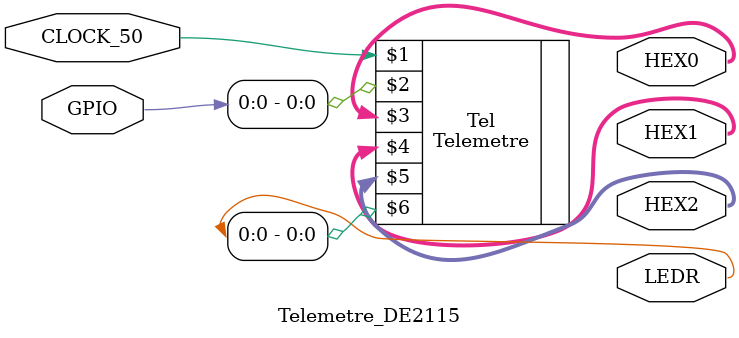
<source format=v>
module Telemetre_DE2115(CLOCK_50, GPIO, HEX0, HEX1, HEX2, LEDR);

input CLOCK_50;
input[35:0] GPIO;

output[0:6] HEX0, HEX1, HEX2;
output[17:0] LEDR ;

Telemetre Tel(CLOCK_50, GPIO[0], HEX0, HEX1, HEX2, LEDR[0]); 

endmodule

</source>
